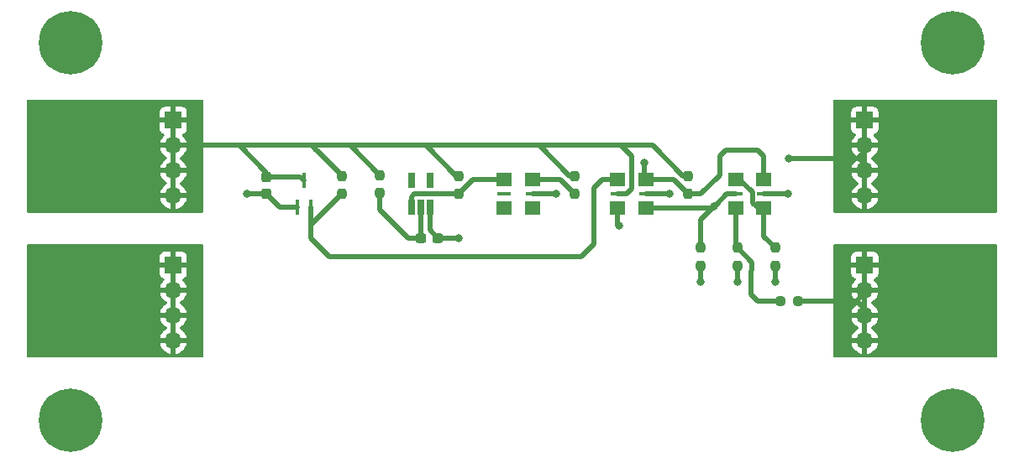
<source format=gbr>
%TF.GenerationSoftware,KiCad,Pcbnew,7.0.2*%
%TF.CreationDate,2023-06-12T21:50:36-07:00*%
%TF.ProjectId,latch,6c617463-682e-46b6-9963-61645f706362,A*%
%TF.SameCoordinates,Original*%
%TF.FileFunction,Copper,L1,Top*%
%TF.FilePolarity,Positive*%
%FSLAX46Y46*%
G04 Gerber Fmt 4.6, Leading zero omitted, Abs format (unit mm)*
G04 Created by KiCad (PCBNEW 7.0.2) date 2023-06-12 21:50:36*
%MOMM*%
%LPD*%
G01*
G04 APERTURE LIST*
G04 Aperture macros list*
%AMRoundRect*
0 Rectangle with rounded corners*
0 $1 Rounding radius*
0 $2 $3 $4 $5 $6 $7 $8 $9 X,Y pos of 4 corners*
0 Add a 4 corners polygon primitive as box body*
4,1,4,$2,$3,$4,$5,$6,$7,$8,$9,$2,$3,0*
0 Add four circle primitives for the rounded corners*
1,1,$1+$1,$2,$3*
1,1,$1+$1,$4,$5*
1,1,$1+$1,$6,$7*
1,1,$1+$1,$8,$9*
0 Add four rect primitives between the rounded corners*
20,1,$1+$1,$2,$3,$4,$5,0*
20,1,$1+$1,$4,$5,$6,$7,0*
20,1,$1+$1,$6,$7,$8,$9,0*
20,1,$1+$1,$8,$9,$2,$3,0*%
G04 Aperture macros list end*
%TA.AperFunction,SMDPad,CuDef*%
%ADD10R,1.500000X1.450000*%
%TD*%
%TA.AperFunction,SMDPad,CuDef*%
%ADD11R,1.450000X0.450000*%
%TD*%
%TA.AperFunction,SMDPad,CuDef*%
%ADD12R,0.450000X1.500000*%
%TD*%
%TA.AperFunction,SMDPad,CuDef*%
%ADD13RoundRect,0.237500X-0.237500X0.250000X-0.237500X-0.250000X0.237500X-0.250000X0.237500X0.250000X0*%
%TD*%
%TA.AperFunction,ComponentPad*%
%ADD14C,0.800000*%
%TD*%
%TA.AperFunction,ComponentPad*%
%ADD15C,6.400000*%
%TD*%
%TA.AperFunction,ComponentPad*%
%ADD16R,1.700000X1.700000*%
%TD*%
%TA.AperFunction,ComponentPad*%
%ADD17O,1.700000X1.700000*%
%TD*%
%TA.AperFunction,SMDPad,CuDef*%
%ADD18RoundRect,0.237500X0.237500X-0.250000X0.237500X0.250000X-0.237500X0.250000X-0.237500X-0.250000X0*%
%TD*%
%TA.AperFunction,SMDPad,CuDef*%
%ADD19RoundRect,0.237500X-0.300000X-0.237500X0.300000X-0.237500X0.300000X0.237500X-0.300000X0.237500X0*%
%TD*%
%TA.AperFunction,SMDPad,CuDef*%
%ADD20RoundRect,0.237500X-0.237500X0.300000X-0.237500X-0.300000X0.237500X-0.300000X0.237500X0.300000X0*%
%TD*%
%TA.AperFunction,SMDPad,CuDef*%
%ADD21R,0.650000X1.560000*%
%TD*%
%TA.AperFunction,SMDPad,CuDef*%
%ADD22RoundRect,0.237500X-0.250000X-0.237500X0.250000X-0.237500X0.250000X0.237500X-0.250000X0.237500X0*%
%TD*%
%TA.AperFunction,ViaPad*%
%ADD23C,0.800000*%
%TD*%
%TA.AperFunction,Conductor*%
%ADD24C,0.500000*%
%TD*%
G04 APERTURE END LIST*
D10*
%TO.P,Q2,1,G1*%
%TO.N,Net-(Q2-Pad1)*%
X161770000Y-97585000D03*
D11*
%TO.P,Q2,2,S2*%
%TO.N,VCC*%
X161770000Y-99060000D03*
D10*
%TO.P,Q2,3,G2*%
%TO.N,Net-(Q2-Pad3)*%
X161770000Y-100535000D03*
%TO.P,Q2,4,D2*%
%TO.N,OUT*%
X164620000Y-100535000D03*
D11*
%TO.P,Q2,5,S1*%
%TO.N,GND*%
X164620000Y-99060000D03*
D10*
%TO.P,Q2,6,D1*%
%TO.N,Net-(Q2-Pad3)*%
X164620000Y-97585000D03*
%TD*%
D12*
%TO.P,U1,1,GND*%
%TO.N,GND*%
X129525000Y-100390000D03*
%TO.P,U1,2,~{RESET}*%
%TO.N,Net-(Q2-Pad1)*%
X130825000Y-100390000D03*
%TO.P,U1,3,VDD*%
%TO.N,VCC*%
X130175000Y-97730000D03*
%TD*%
D13*
%TO.P,R5,1*%
%TO.N,VCC*%
X168910000Y-97235000D03*
%TO.P,R5,2*%
%TO.N,Net-(Q2-Pad3)*%
X168910000Y-99060000D03*
%TD*%
D10*
%TO.P,Q1,1,G1*%
%TO.N,Net-(Q1-Pad1)*%
X150340000Y-97585000D03*
D11*
%TO.P,Q1,2,S2*%
%TO.N,unconnected-(Q1-Pad2)*%
X150340000Y-99060000D03*
D10*
%TO.P,Q1,3,G2*%
%TO.N,unconnected-(Q1-Pad3)*%
X150340000Y-100535000D03*
%TO.P,Q1,4,D2*%
%TO.N,unconnected-(Q1-Pad4)*%
X153190000Y-100535000D03*
D11*
%TO.P,Q1,5,S1*%
%TO.N,GND*%
X153190000Y-99060000D03*
D10*
%TO.P,Q1,6,D1*%
%TO.N,Net-(Q1-Pad6)*%
X153190000Y-97585000D03*
%TD*%
D13*
%TO.P,R6,1*%
%TO.N,Net-(Q3-Pad1)*%
X177645000Y-104497500D03*
%TO.P,R6,2*%
%TO.N,GND*%
X177645000Y-106322500D03*
%TD*%
D14*
%TO.P,H4,1,1*%
%TO.N,GND*%
X193882944Y-120222944D03*
X193882944Y-123617056D03*
X197980000Y-121920000D03*
X193180000Y-121920000D03*
X195580000Y-119520000D03*
X197277056Y-120222944D03*
X195580000Y-124320000D03*
X197277056Y-123617056D03*
D15*
X195580000Y-121920000D03*
%TD*%
D16*
%TO.P,J1,1,Pin_1*%
%TO.N,VCC*%
X116995000Y-91645000D03*
D17*
%TO.P,J1,2,Pin_2*%
X116995000Y-94185000D03*
%TO.P,J1,3,Pin_3*%
X116995000Y-96725000D03*
%TO.P,J1,4,Pin_4*%
X116995000Y-99265000D03*
%TD*%
D18*
%TO.P,R1,1*%
%TO.N,Net-(Q2-Pad1)*%
X133985000Y-99060000D03*
%TO.P,R1,2*%
%TO.N,VCC*%
X133985000Y-97235000D03*
%TD*%
D19*
%TO.P,C2,1*%
%TO.N,Net-(C2-Pad1)*%
X141925000Y-103505000D03*
%TO.P,C2,2*%
%TO.N,GND*%
X143650000Y-103505000D03*
%TD*%
D18*
%TO.P,R2,1*%
%TO.N,Net-(C2-Pad1)*%
X137795000Y-98980000D03*
%TO.P,R2,2*%
%TO.N,VCC*%
X137795000Y-97155000D03*
%TD*%
D20*
%TO.P,C1,1*%
%TO.N,VCC*%
X126365000Y-97335000D03*
%TO.P,C1,2*%
%TO.N,GND*%
X126365000Y-99060000D03*
%TD*%
D21*
%TO.P,U2,1,~{RESET}*%
%TO.N,Net-(Q1-Pad1)*%
X140975000Y-100410000D03*
%TO.P,U2,2,VDD*%
%TO.N,Net-(C2-Pad1)*%
X141925000Y-100410000D03*
%TO.P,U2,3,GND*%
%TO.N,GND*%
X142875000Y-100410000D03*
%TO.P,U2,4*%
%TO.N,unconnected-(U2-Pad4)*%
X142875000Y-97710000D03*
%TO.P,U2,5,NC*%
%TO.N,unconnected-(U2-Pad5)*%
X140975000Y-97710000D03*
%TD*%
D13*
%TO.P,R3,1*%
%TO.N,VCC*%
X145735000Y-97235000D03*
%TO.P,R3,2*%
%TO.N,Net-(Q1-Pad1)*%
X145735000Y-99060000D03*
%TD*%
D10*
%TO.P,Q3,1,G1*%
%TO.N,Net-(Q3-Pad1)*%
X173680000Y-97585000D03*
D11*
%TO.P,Q3,2,S2*%
%TO.N,OUT*%
X173680000Y-99060000D03*
D10*
%TO.P,Q3,3,G2*%
%TO.N,Net-(Q3-Pad3)*%
X173680000Y-100535000D03*
%TO.P,Q3,4,D2*%
%TO.N,Net-(Q3-Pad1)*%
X176530000Y-100535000D03*
D11*
%TO.P,Q3,5,S1*%
%TO.N,GND*%
X176530000Y-99060000D03*
D10*
%TO.P,Q3,6,D1*%
%TO.N,Net-(Q2-Pad3)*%
X176530000Y-97585000D03*
%TD*%
D16*
%TO.P,J3,1,Pin_1*%
%TO.N,OUT*%
X186690000Y-91645000D03*
D17*
%TO.P,J3,2,Pin_2*%
X186690000Y-94185000D03*
%TO.P,J3,3,Pin_3*%
X186690000Y-96725000D03*
%TO.P,J3,4,Pin_4*%
X186690000Y-99265000D03*
%TD*%
D13*
%TO.P,R8,1*%
%TO.N,OUT*%
X170180000Y-104497500D03*
%TO.P,R8,2*%
%TO.N,GND*%
X170180000Y-106322500D03*
%TD*%
D14*
%TO.P,H2,1,1*%
%TO.N,GND*%
X106680000Y-119520000D03*
X109080000Y-121920000D03*
X104280000Y-121920000D03*
D15*
X106680000Y-121920000D03*
D14*
X108377056Y-120222944D03*
X104982944Y-123617056D03*
X104982944Y-120222944D03*
X106680000Y-124320000D03*
X108377056Y-123617056D03*
%TD*%
D13*
%TO.P,R4,1*%
%TO.N,VCC*%
X157480000Y-97235000D03*
%TO.P,R4,2*%
%TO.N,Net-(Q1-Pad6)*%
X157480000Y-99060000D03*
%TD*%
D14*
%TO.P,H3,1,1*%
%TO.N,GND*%
X104280000Y-83820000D03*
X108377056Y-85517056D03*
X108377056Y-82122944D03*
X109080000Y-83820000D03*
X104982944Y-82122944D03*
X106680000Y-81420000D03*
D15*
X106680000Y-83820000D03*
D14*
X104982944Y-85517056D03*
X106680000Y-86220000D03*
%TD*%
D13*
%TO.P,R7,1*%
%TO.N,Net-(Q3-Pad3)*%
X173835000Y-104497500D03*
%TO.P,R7,2*%
%TO.N,GND*%
X173835000Y-106322500D03*
%TD*%
D16*
%TO.P,J4,1,Pin_1*%
%TO.N,SHD*%
X186690000Y-106250000D03*
D17*
%TO.P,J4,2,Pin_2*%
X186690000Y-108790000D03*
%TO.P,J4,3,Pin_3*%
X186690000Y-111330000D03*
%TO.P,J4,4,Pin_4*%
X186690000Y-113870000D03*
%TD*%
D14*
%TO.P,H1,1,1*%
%TO.N,GND*%
X193882944Y-82122944D03*
X197277056Y-82122944D03*
X197277056Y-85517056D03*
X193180000Y-83820000D03*
X193882944Y-85517056D03*
X195580000Y-86220000D03*
X195580000Y-81420000D03*
D15*
X195580000Y-83820000D03*
D14*
X197980000Y-83820000D03*
%TD*%
D22*
%TO.P,R9,1*%
%TO.N,Net-(Q3-Pad3)*%
X178157500Y-109855000D03*
%TO.P,R9,2*%
%TO.N,SHD*%
X179982500Y-109855000D03*
%TD*%
D16*
%TO.P,J2,1,Pin_1*%
%TO.N,GND*%
X116995000Y-106250000D03*
D17*
%TO.P,J2,2,Pin_2*%
X116995000Y-108790000D03*
%TO.P,J2,3,Pin_3*%
X116995000Y-111330000D03*
%TO.P,J2,4,Pin_4*%
X116995000Y-113870000D03*
%TD*%
D23*
%TO.N,VCC*%
X111125000Y-90170000D03*
X111125000Y-99695000D03*
X111125000Y-97790000D03*
X111125000Y-93980000D03*
X111125000Y-95885000D03*
X111125000Y-92075000D03*
%TO.N,GND*%
X111125000Y-114935000D03*
X173835000Y-107950000D03*
X170180000Y-107950000D03*
X111125000Y-105410000D03*
X111125000Y-111125000D03*
X111125000Y-107315000D03*
X111125000Y-113030000D03*
X124460000Y-99060000D03*
X167005000Y-99060000D03*
X178915000Y-99060000D03*
X111125000Y-109220000D03*
X177645000Y-107950000D03*
X145735000Y-103505000D03*
X155575000Y-99060000D03*
%TO.N,Net-(Q2-Pad3)*%
X164465000Y-95885000D03*
X161925000Y-102235000D03*
%TO.N,OUT*%
X191135000Y-90170000D03*
X191135000Y-93980000D03*
X171480000Y-100360000D03*
X191135000Y-95885000D03*
X179070000Y-95504000D03*
X191135000Y-99695000D03*
X191135000Y-97790000D03*
X191135000Y-92075000D03*
%TO.N,SHD*%
X191135000Y-105410000D03*
X191135000Y-113030000D03*
X191135000Y-114935000D03*
X191135000Y-107315000D03*
X191135000Y-109220000D03*
X191135000Y-111125000D03*
%TD*%
D24*
%TO.N,VCC*%
X157000000Y-94185000D02*
X165305000Y-94185000D01*
X137795000Y-97155000D02*
X134825000Y-94185000D01*
X134825000Y-94185000D02*
X142445000Y-94185000D01*
X153825000Y-94185000D02*
X153875000Y-94185000D01*
X116995000Y-91645000D02*
X116995000Y-99265000D01*
X163195000Y-95250000D02*
X163195000Y-98535000D01*
X126365000Y-97335000D02*
X126365000Y-96930000D01*
X165305000Y-94185000D02*
X168355000Y-97235000D01*
X124030000Y-94185000D02*
X153825000Y-94185000D01*
X133985000Y-97155000D02*
X131445000Y-94615000D01*
X162670000Y-99060000D02*
X161770000Y-99060000D01*
X145735000Y-97235000D02*
X145495000Y-97235000D01*
X126365000Y-96930000D02*
X123620000Y-94185000D01*
X157000000Y-94185000D02*
X162130000Y-94185000D01*
X168355000Y-97235000D02*
X168910000Y-97235000D01*
X126365000Y-97335000D02*
X129780000Y-97335000D01*
X129780000Y-97335000D02*
X130175000Y-97730000D01*
X162130000Y-94185000D02*
X163195000Y-95250000D01*
X153825000Y-94185000D02*
X157000000Y-94185000D01*
X163195000Y-98535000D02*
X162670000Y-99060000D01*
X131445000Y-94615000D02*
X131395000Y-94615000D01*
X153875000Y-94185000D02*
X156925000Y-97235000D01*
X156925000Y-97235000D02*
X157480000Y-97235000D01*
X145495000Y-97235000D02*
X142445000Y-94185000D01*
X116995000Y-94185000D02*
X124030000Y-94185000D01*
X123620000Y-94185000D02*
X124030000Y-94185000D01*
X131395000Y-94615000D02*
X130965000Y-94185000D01*
%TO.N,GND*%
X116995000Y-106250000D02*
X116995000Y-113870000D01*
X126365000Y-99060000D02*
X127695000Y-100390000D01*
X164620000Y-99060000D02*
X167005000Y-99060000D01*
X177645000Y-106322500D02*
X177645000Y-107950000D01*
X170180000Y-106322500D02*
X170180000Y-107950000D01*
X142875000Y-102730000D02*
X143650000Y-103505000D01*
X143650000Y-103505000D02*
X145735000Y-103505000D01*
X155575000Y-99060000D02*
X153190000Y-99060000D01*
X142875000Y-100410000D02*
X142875000Y-102730000D01*
X173835000Y-106322500D02*
X173835000Y-107950000D01*
X124460000Y-99060000D02*
X126365000Y-99060000D01*
X127695000Y-100390000D02*
X129525000Y-100390000D01*
X176530000Y-99060000D02*
X178915000Y-99060000D01*
%TO.N,Net-(C2-Pad1)*%
X141925000Y-103505000D02*
X141925000Y-100410000D01*
X137795000Y-100645000D02*
X140655000Y-103505000D01*
X137795000Y-98980000D02*
X137795000Y-100645000D01*
X140655000Y-103505000D02*
X141925000Y-103505000D01*
%TO.N,Net-(Q1-Pad1)*%
X141270000Y-99060000D02*
X145735000Y-99060000D01*
X145735000Y-99060000D02*
X147210000Y-97585000D01*
X147210000Y-97585000D02*
X150340000Y-97585000D01*
X140975000Y-100410000D02*
X140975000Y-99355000D01*
X140975000Y-99355000D02*
X141270000Y-99060000D01*
%TO.N,Net-(Q1-Pad6)*%
X157480000Y-99060000D02*
X156005000Y-97585000D01*
X156005000Y-97585000D02*
X153190000Y-97585000D01*
%TO.N,Net-(Q2-Pad3)*%
X161770000Y-100535000D02*
X161770000Y-102080000D01*
X168910000Y-99060000D02*
X170180000Y-99060000D01*
X172085000Y-97155000D02*
X172085000Y-95250000D01*
X170180000Y-99060000D02*
X172085000Y-97155000D01*
X164620000Y-97585000D02*
X167435000Y-97585000D01*
X172720000Y-94615000D02*
X175895000Y-94615000D01*
X176530000Y-95250000D02*
X176530000Y-97585000D01*
X167435000Y-97585000D02*
X168910000Y-99060000D01*
X175895000Y-94615000D02*
X176530000Y-95250000D01*
X172085000Y-95250000D02*
X172720000Y-94615000D01*
X161770000Y-102080000D02*
X161925000Y-102235000D01*
X164465000Y-95885000D02*
X164465000Y-97430000D01*
%TO.N,OUT*%
X179070000Y-95504000D02*
X186006000Y-95504000D01*
X186690000Y-94185000D02*
X186690000Y-91645000D01*
X164620000Y-100535000D02*
X171305000Y-100535000D01*
X172780000Y-99060000D02*
X173680000Y-99060000D01*
X186055000Y-95455000D02*
X186690000Y-94820000D01*
X186690000Y-94820000D02*
X186690000Y-94185000D01*
X186006000Y-95504000D02*
X186055000Y-95455000D01*
X171305000Y-100535000D02*
X171720000Y-100120000D01*
X171480000Y-100360000D02*
X171720000Y-100120000D01*
X186690000Y-96090000D02*
X186690000Y-99265000D01*
X171720000Y-100120000D02*
X172780000Y-99060000D01*
X170180000Y-104497500D02*
X170180000Y-101660000D01*
X170180000Y-101660000D02*
X171480000Y-100360000D01*
X186055000Y-95455000D02*
X186690000Y-96090000D01*
%TO.N,Net-(Q3-Pad1)*%
X175355000Y-99945000D02*
X175945000Y-100535000D01*
X176530000Y-103382500D02*
X177645000Y-104497500D01*
X176530000Y-100535000D02*
X176530000Y-103382500D01*
X174055000Y-97585000D02*
X175355000Y-98885000D01*
X175355000Y-98885000D02*
X175355000Y-99945000D01*
X175945000Y-100535000D02*
X176530000Y-100535000D01*
%TO.N,Net-(Q3-Pad3)*%
X178157500Y-109855000D02*
X175895000Y-109855000D01*
X175321250Y-105983750D02*
X173835000Y-104497500D01*
X175260000Y-106802500D02*
X175321250Y-106741250D01*
X175260000Y-109220000D02*
X175260000Y-106802500D01*
X175895000Y-109855000D02*
X175260000Y-109220000D01*
X175321250Y-106741250D02*
X175321250Y-105983750D01*
X173680000Y-100535000D02*
X173680000Y-104342500D01*
%TO.N,SHD*%
X185900000Y-109855000D02*
X186690000Y-110645000D01*
X185900000Y-109855000D02*
X179982500Y-109855000D01*
X186690000Y-108790000D02*
X186690000Y-106250000D01*
X185900000Y-109855000D02*
X186690000Y-109065000D01*
X186690000Y-111330000D02*
X186690000Y-113870000D01*
%TO.N,Net-(Q2-Pad1)*%
X160225000Y-97585000D02*
X161770000Y-97585000D01*
X130825000Y-100390000D02*
X130825000Y-102220000D01*
X159385000Y-98425000D02*
X160225000Y-97585000D01*
X133985000Y-99060000D02*
X130825000Y-102220000D01*
X130825000Y-102220000D02*
X130825000Y-103520000D01*
X132715000Y-105410000D02*
X158115000Y-105410000D01*
X159385000Y-104140000D02*
X159385000Y-98425000D01*
X130825000Y-103520000D02*
X132715000Y-105410000D01*
X158115000Y-105410000D02*
X159385000Y-104140000D01*
%TD*%
%TA.AperFunction,Conductor*%
%TO.N,GND*%
G36*
X117249000Y-113436325D02*
G01*
X117137315Y-113385320D01*
X117030763Y-113370000D01*
X116959237Y-113370000D01*
X116852685Y-113385320D01*
X116741000Y-113436325D01*
X116741000Y-111763674D01*
X116852685Y-111814680D01*
X116959237Y-111830000D01*
X117030763Y-111830000D01*
X117137315Y-111814680D01*
X117249000Y-111763674D01*
X117249000Y-113436325D01*
G37*
%TD.AperFunction*%
%TA.AperFunction,Conductor*%
G36*
X117249000Y-110896325D02*
G01*
X117137315Y-110845320D01*
X117030763Y-110830000D01*
X116959237Y-110830000D01*
X116852685Y-110845320D01*
X116741000Y-110896325D01*
X116741000Y-109223674D01*
X116852685Y-109274680D01*
X116959237Y-109290000D01*
X117030763Y-109290000D01*
X117137315Y-109274680D01*
X117249000Y-109223674D01*
X117249000Y-110896325D01*
G37*
%TD.AperFunction*%
%TA.AperFunction,Conductor*%
G36*
X117249000Y-108356325D02*
G01*
X117137315Y-108305320D01*
X117030763Y-108290000D01*
X116959237Y-108290000D01*
X116852685Y-108305320D01*
X116741000Y-108356325D01*
X116741000Y-106683674D01*
X116852685Y-106734680D01*
X116959237Y-106750000D01*
X117030763Y-106750000D01*
X117137315Y-106734680D01*
X117249000Y-106683674D01*
X117249000Y-108356325D01*
G37*
%TD.AperFunction*%
%TA.AperFunction,Conductor*%
G36*
X119957121Y-104160002D02*
G01*
X120003614Y-104213658D01*
X120015000Y-104266000D01*
X120015000Y-115444000D01*
X119994998Y-115512121D01*
X119941342Y-115558614D01*
X119889000Y-115570000D01*
X102361000Y-115570000D01*
X102292879Y-115549998D01*
X102246386Y-115496342D01*
X102235000Y-115444000D01*
X102235000Y-107145222D01*
X115637000Y-107145222D01*
X115637359Y-107151936D01*
X115643505Y-107209093D01*
X115694554Y-107345962D01*
X115782095Y-107462904D01*
X115899037Y-107550445D01*
X116014678Y-107593577D01*
X116071514Y-107636124D01*
X116096325Y-107702644D01*
X116081234Y-107772018D01*
X116063348Y-107796970D01*
X115919675Y-107953040D01*
X115796580Y-108141451D01*
X115706177Y-108347548D01*
X115658455Y-108535999D01*
X115658456Y-108536000D01*
X116563884Y-108536000D01*
X116535507Y-108580156D01*
X116495000Y-108718111D01*
X116495000Y-108861889D01*
X116535507Y-108999844D01*
X116563884Y-109044000D01*
X115658455Y-109044000D01*
X115706177Y-109232451D01*
X115796580Y-109438548D01*
X115919678Y-109626962D01*
X116072096Y-109792533D01*
X116249697Y-109930766D01*
X116283732Y-109949184D01*
X116334123Y-109999197D01*
X116349476Y-110068513D01*
X116324916Y-110135127D01*
X116283736Y-110170811D01*
X116249702Y-110189229D01*
X116072096Y-110327466D01*
X115919678Y-110493037D01*
X115796580Y-110681451D01*
X115706177Y-110887548D01*
X115658455Y-111075999D01*
X115658456Y-111076000D01*
X116563884Y-111076000D01*
X116535507Y-111120156D01*
X116495000Y-111258111D01*
X116495000Y-111401889D01*
X116535507Y-111539844D01*
X116563884Y-111584000D01*
X115658455Y-111584000D01*
X115706177Y-111772451D01*
X115796580Y-111978548D01*
X115919678Y-112166962D01*
X116072096Y-112332533D01*
X116249697Y-112470766D01*
X116283734Y-112489186D01*
X116334124Y-112539200D01*
X116349476Y-112608517D01*
X116324915Y-112675130D01*
X116283734Y-112710814D01*
X116249697Y-112729233D01*
X116072096Y-112867466D01*
X115919678Y-113033037D01*
X115796580Y-113221451D01*
X115706177Y-113427548D01*
X115658455Y-113615999D01*
X115658456Y-113616000D01*
X116563884Y-113616000D01*
X116535507Y-113660156D01*
X116495000Y-113798111D01*
X116495000Y-113941889D01*
X116535507Y-114079844D01*
X116563884Y-114124000D01*
X115658455Y-114124000D01*
X115706177Y-114312451D01*
X115796580Y-114518548D01*
X115919678Y-114706962D01*
X116072096Y-114872533D01*
X116249697Y-115010766D01*
X116447631Y-115117883D01*
X116660485Y-115190955D01*
X116741000Y-115204391D01*
X116741000Y-114303674D01*
X116852685Y-114354680D01*
X116959237Y-114370000D01*
X117030763Y-114370000D01*
X117137315Y-114354680D01*
X117249000Y-114303674D01*
X117249000Y-115204390D01*
X117329514Y-115190955D01*
X117542368Y-115117883D01*
X117740302Y-115010766D01*
X117917903Y-114872533D01*
X118070321Y-114706962D01*
X118193419Y-114518548D01*
X118283822Y-114312451D01*
X118331544Y-114124000D01*
X117426116Y-114124000D01*
X117454493Y-114079844D01*
X117495000Y-113941889D01*
X117495000Y-113798111D01*
X117454493Y-113660156D01*
X117426116Y-113616000D01*
X118331544Y-113616000D01*
X118331544Y-113615999D01*
X118283822Y-113427548D01*
X118193419Y-113221451D01*
X118070321Y-113033037D01*
X117917903Y-112867466D01*
X117740300Y-112729232D01*
X117706266Y-112710814D01*
X117655876Y-112660801D01*
X117640523Y-112591485D01*
X117665083Y-112524871D01*
X117706266Y-112489186D01*
X117740300Y-112470767D01*
X117917903Y-112332533D01*
X118070321Y-112166962D01*
X118193419Y-111978548D01*
X118283822Y-111772451D01*
X118331544Y-111584000D01*
X117426116Y-111584000D01*
X117454493Y-111539844D01*
X117495000Y-111401889D01*
X117495000Y-111258111D01*
X117454493Y-111120156D01*
X117426116Y-111076000D01*
X118331544Y-111076000D01*
X118331544Y-111075999D01*
X118283822Y-110887548D01*
X118193419Y-110681451D01*
X118070321Y-110493037D01*
X117917903Y-110327466D01*
X117740300Y-110189232D01*
X117706266Y-110170814D01*
X117655876Y-110120801D01*
X117640523Y-110051485D01*
X117665083Y-109984871D01*
X117706266Y-109949186D01*
X117740300Y-109930767D01*
X117917903Y-109792533D01*
X118070321Y-109626962D01*
X118193419Y-109438548D01*
X118283822Y-109232451D01*
X118331544Y-109044000D01*
X117426116Y-109044000D01*
X117454493Y-108999844D01*
X117495000Y-108861889D01*
X117495000Y-108718111D01*
X117454493Y-108580156D01*
X117426116Y-108536000D01*
X118331544Y-108536000D01*
X118331544Y-108535999D01*
X118283822Y-108347548D01*
X118193419Y-108141451D01*
X118070321Y-107953037D01*
X117926652Y-107796970D01*
X117895231Y-107733305D01*
X117903218Y-107662759D01*
X117948077Y-107607730D01*
X117975321Y-107593577D01*
X118090962Y-107550445D01*
X118207904Y-107462904D01*
X118295445Y-107345962D01*
X118346494Y-107209093D01*
X118352640Y-107151936D01*
X118353000Y-107145222D01*
X118353000Y-106504000D01*
X117426116Y-106504000D01*
X117454493Y-106459844D01*
X117495000Y-106321889D01*
X117495000Y-106178111D01*
X117454493Y-106040156D01*
X117426116Y-105996000D01*
X118353000Y-105996000D01*
X118353000Y-105354777D01*
X118352640Y-105348063D01*
X118346494Y-105290906D01*
X118295445Y-105154037D01*
X118207904Y-105037095D01*
X118090962Y-104949554D01*
X117954093Y-104898505D01*
X117896936Y-104892359D01*
X117890223Y-104892000D01*
X117249000Y-104892000D01*
X117249000Y-105816325D01*
X117137315Y-105765320D01*
X117030763Y-105750000D01*
X116959237Y-105750000D01*
X116852685Y-105765320D01*
X116741000Y-105816325D01*
X116741000Y-104892000D01*
X116099777Y-104892000D01*
X116093063Y-104892359D01*
X116035906Y-104898505D01*
X115899037Y-104949554D01*
X115782095Y-105037095D01*
X115694554Y-105154037D01*
X115643505Y-105290906D01*
X115637359Y-105348063D01*
X115637000Y-105354777D01*
X115637000Y-105996000D01*
X116563884Y-105996000D01*
X116535507Y-106040156D01*
X116495000Y-106178111D01*
X116495000Y-106321889D01*
X116535507Y-106459844D01*
X116563884Y-106504000D01*
X115637000Y-106504000D01*
X115637000Y-107145222D01*
X102235000Y-107145222D01*
X102235000Y-104266000D01*
X102255002Y-104197879D01*
X102308658Y-104151386D01*
X102361000Y-104140000D01*
X119889000Y-104140000D01*
X119957121Y-104160002D01*
G37*
%TD.AperFunction*%
%TD*%
%TA.AperFunction,Conductor*%
%TO.N,OUT*%
G36*
X186944000Y-98831325D02*
G01*
X186832315Y-98780320D01*
X186725763Y-98765000D01*
X186654237Y-98765000D01*
X186547685Y-98780320D01*
X186436000Y-98831325D01*
X186436000Y-97158674D01*
X186547685Y-97209680D01*
X186654237Y-97225000D01*
X186725763Y-97225000D01*
X186832315Y-97209680D01*
X186944000Y-97158674D01*
X186944000Y-98831325D01*
G37*
%TD.AperFunction*%
%TA.AperFunction,Conductor*%
G36*
X186944000Y-96291325D02*
G01*
X186832315Y-96240320D01*
X186725763Y-96225000D01*
X186654237Y-96225000D01*
X186547685Y-96240320D01*
X186436000Y-96291325D01*
X186436000Y-94618674D01*
X186547685Y-94669680D01*
X186654237Y-94685000D01*
X186725763Y-94685000D01*
X186832315Y-94669680D01*
X186944000Y-94618674D01*
X186944000Y-96291325D01*
G37*
%TD.AperFunction*%
%TA.AperFunction,Conductor*%
G36*
X186944000Y-93751325D02*
G01*
X186832315Y-93700320D01*
X186725763Y-93685000D01*
X186654237Y-93685000D01*
X186547685Y-93700320D01*
X186436000Y-93751325D01*
X186436000Y-92078674D01*
X186547685Y-92129680D01*
X186654237Y-92145000D01*
X186725763Y-92145000D01*
X186832315Y-92129680D01*
X186944000Y-92078674D01*
X186944000Y-93751325D01*
G37*
%TD.AperFunction*%
%TA.AperFunction,Conductor*%
G36*
X199967121Y-89555002D02*
G01*
X200013614Y-89608658D01*
X200025000Y-89661000D01*
X200025000Y-100839000D01*
X200004998Y-100907121D01*
X199951342Y-100953614D01*
X199899000Y-100965000D01*
X183641000Y-100965000D01*
X183572879Y-100944998D01*
X183526386Y-100891342D01*
X183515000Y-100839000D01*
X183515000Y-92540222D01*
X185332000Y-92540222D01*
X185332359Y-92546936D01*
X185338505Y-92604093D01*
X185389554Y-92740962D01*
X185477095Y-92857904D01*
X185594037Y-92945445D01*
X185709678Y-92988577D01*
X185766514Y-93031124D01*
X185791325Y-93097644D01*
X185776234Y-93167018D01*
X185758348Y-93191970D01*
X185614675Y-93348040D01*
X185491580Y-93536451D01*
X185401177Y-93742548D01*
X185353455Y-93930999D01*
X185353456Y-93931000D01*
X186258884Y-93931000D01*
X186230507Y-93975156D01*
X186190000Y-94113111D01*
X186190000Y-94256889D01*
X186230507Y-94394844D01*
X186258884Y-94439000D01*
X185353455Y-94439000D01*
X185401177Y-94627451D01*
X185491580Y-94833548D01*
X185614678Y-95021962D01*
X185767096Y-95187533D01*
X185944697Y-95325766D01*
X185978734Y-95344186D01*
X186029124Y-95394200D01*
X186044476Y-95463517D01*
X186019915Y-95530130D01*
X185978734Y-95565814D01*
X185944697Y-95584233D01*
X185767096Y-95722466D01*
X185614678Y-95888037D01*
X185491580Y-96076451D01*
X185401177Y-96282548D01*
X185353455Y-96470999D01*
X185353456Y-96471000D01*
X186258884Y-96471000D01*
X186230507Y-96515156D01*
X186190000Y-96653111D01*
X186190000Y-96796889D01*
X186230507Y-96934844D01*
X186258884Y-96979000D01*
X185353455Y-96979000D01*
X185401177Y-97167451D01*
X185491580Y-97373548D01*
X185614678Y-97561962D01*
X185767096Y-97727533D01*
X185944697Y-97865766D01*
X185978734Y-97884186D01*
X186029124Y-97934200D01*
X186044476Y-98003517D01*
X186019915Y-98070130D01*
X185978734Y-98105814D01*
X185944697Y-98124233D01*
X185767096Y-98262466D01*
X185614678Y-98428037D01*
X185491580Y-98616451D01*
X185401177Y-98822548D01*
X185353455Y-99010999D01*
X185353456Y-99011000D01*
X186258884Y-99011000D01*
X186230507Y-99055156D01*
X186190000Y-99193111D01*
X186190000Y-99336889D01*
X186230507Y-99474844D01*
X186258884Y-99519000D01*
X185353455Y-99519000D01*
X185401177Y-99707451D01*
X185491580Y-99913548D01*
X185614678Y-100101962D01*
X185767096Y-100267533D01*
X185944697Y-100405766D01*
X186142631Y-100512883D01*
X186355485Y-100585955D01*
X186436000Y-100599391D01*
X186436000Y-99698674D01*
X186547685Y-99749680D01*
X186654237Y-99765000D01*
X186725763Y-99765000D01*
X186832315Y-99749680D01*
X186944000Y-99698674D01*
X186944000Y-100599390D01*
X187024514Y-100585955D01*
X187237368Y-100512883D01*
X187435302Y-100405766D01*
X187612903Y-100267533D01*
X187765321Y-100101962D01*
X187888419Y-99913548D01*
X187978822Y-99707451D01*
X188026544Y-99519000D01*
X187121116Y-99519000D01*
X187149493Y-99474844D01*
X187190000Y-99336889D01*
X187190000Y-99193111D01*
X187149493Y-99055156D01*
X187121116Y-99011000D01*
X188026544Y-99011000D01*
X188026544Y-99010999D01*
X187978822Y-98822548D01*
X187888419Y-98616451D01*
X187765321Y-98428037D01*
X187612903Y-98262466D01*
X187435300Y-98124232D01*
X187401266Y-98105814D01*
X187350876Y-98055801D01*
X187335523Y-97986485D01*
X187360083Y-97919871D01*
X187401266Y-97884186D01*
X187435300Y-97865767D01*
X187612903Y-97727533D01*
X187765321Y-97561962D01*
X187888419Y-97373548D01*
X187978822Y-97167451D01*
X188026544Y-96979000D01*
X187121116Y-96979000D01*
X187149493Y-96934844D01*
X187190000Y-96796889D01*
X187190000Y-96653111D01*
X187149493Y-96515156D01*
X187121116Y-96471000D01*
X188026544Y-96471000D01*
X188026544Y-96470999D01*
X187978822Y-96282548D01*
X187888419Y-96076451D01*
X187765321Y-95888037D01*
X187612903Y-95722466D01*
X187435299Y-95584231D01*
X187401264Y-95565812D01*
X187350875Y-95515798D01*
X187335523Y-95446481D01*
X187360085Y-95379869D01*
X187401268Y-95344184D01*
X187435300Y-95325767D01*
X187612903Y-95187533D01*
X187765321Y-95021962D01*
X187888419Y-94833548D01*
X187978822Y-94627451D01*
X188026544Y-94439000D01*
X187121116Y-94439000D01*
X187149493Y-94394844D01*
X187190000Y-94256889D01*
X187190000Y-94113111D01*
X187149493Y-93975156D01*
X187121116Y-93931000D01*
X188026544Y-93931000D01*
X188026544Y-93930999D01*
X187978822Y-93742548D01*
X187888419Y-93536451D01*
X187765321Y-93348037D01*
X187621652Y-93191970D01*
X187590231Y-93128305D01*
X187598218Y-93057759D01*
X187643077Y-93002730D01*
X187670321Y-92988577D01*
X187785962Y-92945445D01*
X187902904Y-92857904D01*
X187990445Y-92740962D01*
X188041494Y-92604093D01*
X188047640Y-92546936D01*
X188048000Y-92540222D01*
X188048000Y-91899000D01*
X187121116Y-91899000D01*
X187149493Y-91854844D01*
X187190000Y-91716889D01*
X187190000Y-91573111D01*
X187149493Y-91435156D01*
X187121116Y-91391000D01*
X188048000Y-91391000D01*
X188048000Y-90749777D01*
X188047640Y-90743063D01*
X188041494Y-90685906D01*
X187990445Y-90549037D01*
X187902904Y-90432095D01*
X187785962Y-90344554D01*
X187649093Y-90293505D01*
X187591936Y-90287359D01*
X187585223Y-90287000D01*
X186944000Y-90287000D01*
X186944000Y-91211325D01*
X186832315Y-91160320D01*
X186725763Y-91145000D01*
X186654237Y-91145000D01*
X186547685Y-91160320D01*
X186436000Y-91211325D01*
X186436000Y-90287000D01*
X185794777Y-90287000D01*
X185788063Y-90287359D01*
X185730906Y-90293505D01*
X185594037Y-90344554D01*
X185477095Y-90432095D01*
X185389554Y-90549037D01*
X185338505Y-90685906D01*
X185332359Y-90743063D01*
X185332000Y-90749777D01*
X185332000Y-91391000D01*
X186258884Y-91391000D01*
X186230507Y-91435156D01*
X186190000Y-91573111D01*
X186190000Y-91716889D01*
X186230507Y-91854844D01*
X186258884Y-91899000D01*
X185332000Y-91899000D01*
X185332000Y-92540222D01*
X183515000Y-92540222D01*
X183515000Y-89661000D01*
X183535002Y-89592879D01*
X183588658Y-89546386D01*
X183641000Y-89535000D01*
X199899000Y-89535000D01*
X199967121Y-89555002D01*
G37*
%TD.AperFunction*%
%TD*%
%TA.AperFunction,Conductor*%
%TO.N,VCC*%
G36*
X117249000Y-98831325D02*
G01*
X117137315Y-98780320D01*
X117030763Y-98765000D01*
X116959237Y-98765000D01*
X116852685Y-98780320D01*
X116741000Y-98831325D01*
X116741000Y-97158674D01*
X116852685Y-97209680D01*
X116959237Y-97225000D01*
X117030763Y-97225000D01*
X117137315Y-97209680D01*
X117249000Y-97158674D01*
X117249000Y-98831325D01*
G37*
%TD.AperFunction*%
%TA.AperFunction,Conductor*%
G36*
X117249000Y-96291325D02*
G01*
X117137315Y-96240320D01*
X117030763Y-96225000D01*
X116959237Y-96225000D01*
X116852685Y-96240320D01*
X116741000Y-96291325D01*
X116741000Y-94618674D01*
X116852685Y-94669680D01*
X116959237Y-94685000D01*
X117030763Y-94685000D01*
X117137315Y-94669680D01*
X117249000Y-94618674D01*
X117249000Y-96291325D01*
G37*
%TD.AperFunction*%
%TA.AperFunction,Conductor*%
G36*
X117249000Y-93751325D02*
G01*
X117137315Y-93700320D01*
X117030763Y-93685000D01*
X116959237Y-93685000D01*
X116852685Y-93700320D01*
X116741000Y-93751325D01*
X116741000Y-92078674D01*
X116852685Y-92129680D01*
X116959237Y-92145000D01*
X117030763Y-92145000D01*
X117137315Y-92129680D01*
X117249000Y-92078674D01*
X117249000Y-93751325D01*
G37*
%TD.AperFunction*%
%TA.AperFunction,Conductor*%
G36*
X119957121Y-89555002D02*
G01*
X120003614Y-89608658D01*
X120015000Y-89661000D01*
X120015000Y-100839000D01*
X119994998Y-100907121D01*
X119941342Y-100953614D01*
X119889000Y-100965000D01*
X102361000Y-100965000D01*
X102292879Y-100944998D01*
X102246386Y-100891342D01*
X102235000Y-100839000D01*
X102235000Y-92540222D01*
X115637000Y-92540222D01*
X115637359Y-92546936D01*
X115643505Y-92604093D01*
X115694554Y-92740962D01*
X115782095Y-92857904D01*
X115899037Y-92945445D01*
X116014678Y-92988577D01*
X116071514Y-93031124D01*
X116096325Y-93097644D01*
X116081234Y-93167018D01*
X116063348Y-93191970D01*
X115919675Y-93348040D01*
X115796580Y-93536451D01*
X115706177Y-93742548D01*
X115658455Y-93930999D01*
X115658456Y-93931000D01*
X116563884Y-93931000D01*
X116535507Y-93975156D01*
X116495000Y-94113111D01*
X116495000Y-94256889D01*
X116535507Y-94394844D01*
X116563884Y-94439000D01*
X115658455Y-94439000D01*
X115706177Y-94627451D01*
X115796580Y-94833548D01*
X115919678Y-95021962D01*
X116072096Y-95187533D01*
X116249697Y-95325766D01*
X116283734Y-95344186D01*
X116334124Y-95394200D01*
X116349476Y-95463517D01*
X116324915Y-95530130D01*
X116283734Y-95565814D01*
X116249697Y-95584233D01*
X116072096Y-95722466D01*
X115919678Y-95888037D01*
X115796580Y-96076451D01*
X115706177Y-96282548D01*
X115658455Y-96470999D01*
X115658456Y-96471000D01*
X116563884Y-96471000D01*
X116535507Y-96515156D01*
X116495000Y-96653111D01*
X116495000Y-96796889D01*
X116535507Y-96934844D01*
X116563884Y-96979000D01*
X115658455Y-96979000D01*
X115706177Y-97167451D01*
X115796580Y-97373548D01*
X115919678Y-97561962D01*
X116072096Y-97727533D01*
X116249697Y-97865766D01*
X116283734Y-97884186D01*
X116334124Y-97934200D01*
X116349476Y-98003517D01*
X116324915Y-98070130D01*
X116283734Y-98105814D01*
X116249697Y-98124233D01*
X116072096Y-98262466D01*
X115919678Y-98428037D01*
X115796580Y-98616451D01*
X115706177Y-98822548D01*
X115658455Y-99010999D01*
X115658456Y-99011000D01*
X116563884Y-99011000D01*
X116535507Y-99055156D01*
X116495000Y-99193111D01*
X116495000Y-99336889D01*
X116535507Y-99474844D01*
X116563884Y-99519000D01*
X115658455Y-99519000D01*
X115706177Y-99707451D01*
X115796580Y-99913548D01*
X115919678Y-100101962D01*
X116072096Y-100267533D01*
X116249697Y-100405766D01*
X116447631Y-100512883D01*
X116660485Y-100585955D01*
X116741000Y-100599391D01*
X116741000Y-99698674D01*
X116852685Y-99749680D01*
X116959237Y-99765000D01*
X117030763Y-99765000D01*
X117137315Y-99749680D01*
X117249000Y-99698674D01*
X117249000Y-100599390D01*
X117329514Y-100585955D01*
X117542368Y-100512883D01*
X117740302Y-100405766D01*
X117917903Y-100267533D01*
X118070321Y-100101962D01*
X118193419Y-99913548D01*
X118283822Y-99707451D01*
X118331544Y-99519000D01*
X117426116Y-99519000D01*
X117454493Y-99474844D01*
X117495000Y-99336889D01*
X117495000Y-99193111D01*
X117454493Y-99055156D01*
X117426116Y-99011000D01*
X118331544Y-99011000D01*
X118331544Y-99010999D01*
X118283822Y-98822548D01*
X118193419Y-98616451D01*
X118070321Y-98428037D01*
X117917903Y-98262466D01*
X117740300Y-98124232D01*
X117706266Y-98105814D01*
X117655876Y-98055801D01*
X117640523Y-97986485D01*
X117665083Y-97919871D01*
X117706266Y-97884186D01*
X117740300Y-97865767D01*
X117917903Y-97727533D01*
X118070321Y-97561962D01*
X118193419Y-97373548D01*
X118283822Y-97167451D01*
X118331544Y-96979000D01*
X117426116Y-96979000D01*
X117454493Y-96934844D01*
X117495000Y-96796889D01*
X117495000Y-96653111D01*
X117454493Y-96515156D01*
X117426116Y-96471000D01*
X118331544Y-96471000D01*
X118331544Y-96470999D01*
X118283822Y-96282548D01*
X118193419Y-96076451D01*
X118070321Y-95888037D01*
X117917903Y-95722466D01*
X117740300Y-95584232D01*
X117706266Y-95565814D01*
X117655876Y-95515801D01*
X117640523Y-95446485D01*
X117665083Y-95379871D01*
X117706266Y-95344186D01*
X117740300Y-95325767D01*
X117917903Y-95187533D01*
X118070321Y-95021962D01*
X118193419Y-94833548D01*
X118283822Y-94627451D01*
X118331544Y-94439000D01*
X117426116Y-94439000D01*
X117454493Y-94394844D01*
X117495000Y-94256889D01*
X117495000Y-94113111D01*
X117454493Y-93975156D01*
X117426116Y-93931000D01*
X118331544Y-93931000D01*
X118331544Y-93930999D01*
X118283822Y-93742548D01*
X118193419Y-93536451D01*
X118070321Y-93348037D01*
X117926652Y-93191970D01*
X117895231Y-93128305D01*
X117903218Y-93057759D01*
X117948077Y-93002730D01*
X117975321Y-92988577D01*
X118090962Y-92945445D01*
X118207904Y-92857904D01*
X118295445Y-92740962D01*
X118346494Y-92604093D01*
X118352640Y-92546936D01*
X118353000Y-92540222D01*
X118353000Y-91899000D01*
X117426116Y-91899000D01*
X117454493Y-91854844D01*
X117495000Y-91716889D01*
X117495000Y-91573111D01*
X117454493Y-91435156D01*
X117426116Y-91391000D01*
X118353000Y-91391000D01*
X118353000Y-90749777D01*
X118352640Y-90743063D01*
X118346494Y-90685906D01*
X118295445Y-90549037D01*
X118207904Y-90432095D01*
X118090962Y-90344554D01*
X117954093Y-90293505D01*
X117896936Y-90287359D01*
X117890223Y-90287000D01*
X117249000Y-90287000D01*
X117249000Y-91211325D01*
X117137315Y-91160320D01*
X117030763Y-91145000D01*
X116959237Y-91145000D01*
X116852685Y-91160320D01*
X116741000Y-91211325D01*
X116741000Y-90287000D01*
X116099777Y-90287000D01*
X116093063Y-90287359D01*
X116035906Y-90293505D01*
X115899037Y-90344554D01*
X115782095Y-90432095D01*
X115694554Y-90549037D01*
X115643505Y-90685906D01*
X115637359Y-90743063D01*
X115637000Y-90749777D01*
X115637000Y-91391000D01*
X116563884Y-91391000D01*
X116535507Y-91435156D01*
X116495000Y-91573111D01*
X116495000Y-91716889D01*
X116535507Y-91854844D01*
X116563884Y-91899000D01*
X115637000Y-91899000D01*
X115637000Y-92540222D01*
X102235000Y-92540222D01*
X102235000Y-89661000D01*
X102255002Y-89592879D01*
X102308658Y-89546386D01*
X102361000Y-89535000D01*
X119889000Y-89535000D01*
X119957121Y-89555002D01*
G37*
%TD.AperFunction*%
%TD*%
%TA.AperFunction,Conductor*%
%TO.N,SHD*%
G36*
X186944000Y-113436325D02*
G01*
X186832315Y-113385320D01*
X186725763Y-113370000D01*
X186654237Y-113370000D01*
X186547685Y-113385320D01*
X186436000Y-113436325D01*
X186436000Y-111763674D01*
X186547685Y-111814680D01*
X186654237Y-111830000D01*
X186725763Y-111830000D01*
X186832315Y-111814680D01*
X186944000Y-111763674D01*
X186944000Y-113436325D01*
G37*
%TD.AperFunction*%
%TA.AperFunction,Conductor*%
G36*
X186944000Y-110896325D02*
G01*
X186832315Y-110845320D01*
X186725763Y-110830000D01*
X186654237Y-110830000D01*
X186547685Y-110845320D01*
X186436000Y-110896325D01*
X186436000Y-109223674D01*
X186547685Y-109274680D01*
X186654237Y-109290000D01*
X186725763Y-109290000D01*
X186832315Y-109274680D01*
X186944000Y-109223674D01*
X186944000Y-110896325D01*
G37*
%TD.AperFunction*%
%TA.AperFunction,Conductor*%
G36*
X186944000Y-108356325D02*
G01*
X186832315Y-108305320D01*
X186725763Y-108290000D01*
X186654237Y-108290000D01*
X186547685Y-108305320D01*
X186436000Y-108356325D01*
X186436000Y-106683674D01*
X186547685Y-106734680D01*
X186654237Y-106750000D01*
X186725763Y-106750000D01*
X186832315Y-106734680D01*
X186944000Y-106683674D01*
X186944000Y-108356325D01*
G37*
%TD.AperFunction*%
%TA.AperFunction,Conductor*%
G36*
X199967121Y-104160002D02*
G01*
X200013614Y-104213658D01*
X200025000Y-104266000D01*
X200025000Y-115444000D01*
X200004998Y-115512121D01*
X199951342Y-115558614D01*
X199899000Y-115570000D01*
X183641000Y-115570000D01*
X183572879Y-115549998D01*
X183526386Y-115496342D01*
X183515000Y-115444000D01*
X183515000Y-107145222D01*
X185332000Y-107145222D01*
X185332359Y-107151936D01*
X185338505Y-107209093D01*
X185389554Y-107345962D01*
X185477095Y-107462904D01*
X185594037Y-107550445D01*
X185709678Y-107593577D01*
X185766514Y-107636124D01*
X185791325Y-107702644D01*
X185776234Y-107772018D01*
X185758348Y-107796970D01*
X185614675Y-107953040D01*
X185491580Y-108141451D01*
X185401177Y-108347548D01*
X185353455Y-108535999D01*
X185353456Y-108536000D01*
X186258884Y-108536000D01*
X186230507Y-108580156D01*
X186190000Y-108718111D01*
X186190000Y-108861889D01*
X186230507Y-108999844D01*
X186258884Y-109044000D01*
X185353455Y-109044000D01*
X185401177Y-109232451D01*
X185491580Y-109438548D01*
X185614678Y-109626962D01*
X185767096Y-109792533D01*
X185944697Y-109930766D01*
X185978732Y-109949184D01*
X186029123Y-109999197D01*
X186044476Y-110068513D01*
X186019916Y-110135127D01*
X185978736Y-110170811D01*
X185944702Y-110189229D01*
X185767096Y-110327466D01*
X185614678Y-110493037D01*
X185491580Y-110681451D01*
X185401177Y-110887548D01*
X185353455Y-111075999D01*
X185353456Y-111076000D01*
X186258884Y-111076000D01*
X186230507Y-111120156D01*
X186190000Y-111258111D01*
X186190000Y-111401889D01*
X186230507Y-111539844D01*
X186258884Y-111584000D01*
X185353455Y-111584000D01*
X185401177Y-111772451D01*
X185491580Y-111978548D01*
X185614678Y-112166962D01*
X185767096Y-112332533D01*
X185944697Y-112470766D01*
X185978734Y-112489186D01*
X186029124Y-112539200D01*
X186044476Y-112608517D01*
X186019915Y-112675130D01*
X185978734Y-112710814D01*
X185944697Y-112729233D01*
X185767096Y-112867466D01*
X185614678Y-113033037D01*
X185491580Y-113221451D01*
X185401177Y-113427548D01*
X185353455Y-113615999D01*
X185353456Y-113616000D01*
X186258884Y-113616000D01*
X186230507Y-113660156D01*
X186190000Y-113798111D01*
X186190000Y-113941889D01*
X186230507Y-114079844D01*
X186258884Y-114124000D01*
X185353455Y-114124000D01*
X185401177Y-114312451D01*
X185491580Y-114518548D01*
X185614678Y-114706962D01*
X185767096Y-114872533D01*
X185944697Y-115010766D01*
X186142631Y-115117883D01*
X186355485Y-115190955D01*
X186436000Y-115204391D01*
X186436000Y-114303674D01*
X186547685Y-114354680D01*
X186654237Y-114370000D01*
X186725763Y-114370000D01*
X186832315Y-114354680D01*
X186944000Y-114303674D01*
X186944000Y-115204390D01*
X187024514Y-115190955D01*
X187237368Y-115117883D01*
X187435302Y-115010766D01*
X187612903Y-114872533D01*
X187765321Y-114706962D01*
X187888419Y-114518548D01*
X187978822Y-114312451D01*
X188026544Y-114124000D01*
X187121116Y-114124000D01*
X187149493Y-114079844D01*
X187190000Y-113941889D01*
X187190000Y-113798111D01*
X187149493Y-113660156D01*
X187121116Y-113616000D01*
X188026544Y-113616000D01*
X188026544Y-113615999D01*
X187978822Y-113427548D01*
X187888419Y-113221451D01*
X187765321Y-113033037D01*
X187612903Y-112867466D01*
X187435300Y-112729232D01*
X187401266Y-112710814D01*
X187350876Y-112660801D01*
X187335523Y-112591485D01*
X187360083Y-112524871D01*
X187401266Y-112489186D01*
X187435300Y-112470767D01*
X187612903Y-112332533D01*
X187765321Y-112166962D01*
X187888419Y-111978548D01*
X187978822Y-111772451D01*
X188026544Y-111584000D01*
X187121116Y-111584000D01*
X187149493Y-111539844D01*
X187190000Y-111401889D01*
X187190000Y-111258111D01*
X187149493Y-111120156D01*
X187121116Y-111076000D01*
X188026544Y-111076000D01*
X188026544Y-111075999D01*
X187978822Y-110887548D01*
X187888419Y-110681451D01*
X187765321Y-110493037D01*
X187612903Y-110327466D01*
X187435300Y-110189232D01*
X187401266Y-110170814D01*
X187350876Y-110120801D01*
X187335523Y-110051485D01*
X187360083Y-109984871D01*
X187401266Y-109949186D01*
X187435300Y-109930767D01*
X187612903Y-109792533D01*
X187765321Y-109626962D01*
X187888419Y-109438548D01*
X187978822Y-109232451D01*
X188026544Y-109044000D01*
X187121116Y-109044000D01*
X187149493Y-108999844D01*
X187190000Y-108861889D01*
X187190000Y-108718111D01*
X187149493Y-108580156D01*
X187121116Y-108536000D01*
X188026544Y-108536000D01*
X188026544Y-108535999D01*
X187978822Y-108347548D01*
X187888419Y-108141451D01*
X187765321Y-107953037D01*
X187621652Y-107796970D01*
X187590231Y-107733305D01*
X187598218Y-107662759D01*
X187643077Y-107607730D01*
X187670321Y-107593577D01*
X187785962Y-107550445D01*
X187902904Y-107462904D01*
X187990445Y-107345962D01*
X188041494Y-107209093D01*
X188047640Y-107151936D01*
X188048000Y-107145222D01*
X188048000Y-106504000D01*
X187121116Y-106504000D01*
X187149493Y-106459844D01*
X187190000Y-106321889D01*
X187190000Y-106178111D01*
X187149493Y-106040156D01*
X187121116Y-105996000D01*
X188048000Y-105996000D01*
X188048000Y-105354777D01*
X188047640Y-105348063D01*
X188041494Y-105290906D01*
X187990445Y-105154037D01*
X187902904Y-105037095D01*
X187785962Y-104949554D01*
X187649093Y-104898505D01*
X187591936Y-104892359D01*
X187585223Y-104892000D01*
X186944000Y-104892000D01*
X186944000Y-105816325D01*
X186832315Y-105765320D01*
X186725763Y-105750000D01*
X186654237Y-105750000D01*
X186547685Y-105765320D01*
X186436000Y-105816325D01*
X186436000Y-104892000D01*
X185794777Y-104892000D01*
X185788063Y-104892359D01*
X185730906Y-104898505D01*
X185594037Y-104949554D01*
X185477095Y-105037095D01*
X185389554Y-105154037D01*
X185338505Y-105290906D01*
X185332359Y-105348063D01*
X185332000Y-105354777D01*
X185332000Y-105996000D01*
X186258884Y-105996000D01*
X186230507Y-106040156D01*
X186190000Y-106178111D01*
X186190000Y-106321889D01*
X186230507Y-106459844D01*
X186258884Y-106504000D01*
X185332000Y-106504000D01*
X185332000Y-107145222D01*
X183515000Y-107145222D01*
X183515000Y-104266000D01*
X183535002Y-104197879D01*
X183588658Y-104151386D01*
X183641000Y-104140000D01*
X199899000Y-104140000D01*
X199967121Y-104160002D01*
G37*
%TD.AperFunction*%
%TD*%
M02*

</source>
